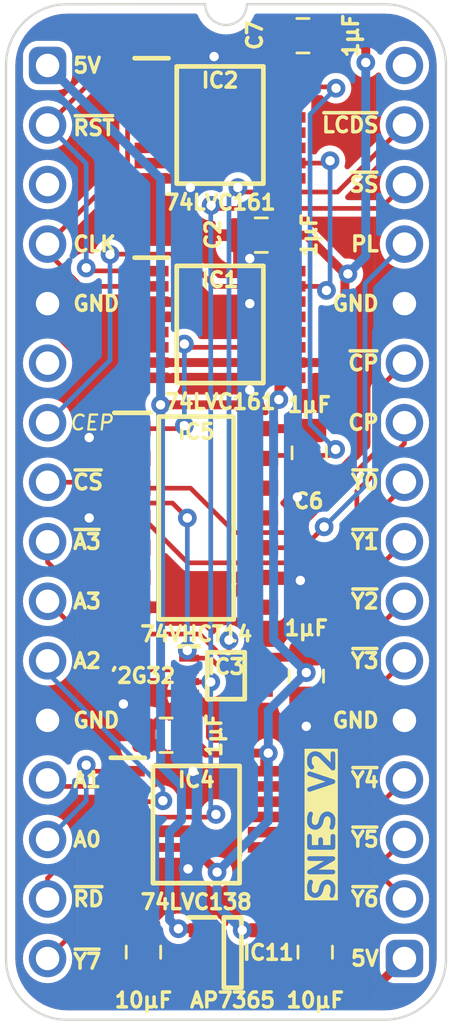
<source format=kicad_pcb>
(kicad_pcb (version 20221018) (generator pcbnew)
  (layers (0 "F.Cu" signal) (31 "B.Cu" signal) (36 "B.SilkS" user "B.Silkscreen") (37 "F.SilkS" user "F.Silkscreen") (38 "B.Mask" user) (39 "F.Mask" user) (44 "Edge.Cuts" user))
  (net 0 "")
  (net 1 "/3.3V")
  (net 2 "/GND")
  (net 3 "/5V")
  (net 4 "/CLK")
  (net 5 "/~{Reset}")
  (net 6 "/Serial CP")
  (net 10 "/CEP")
  (net 15 "/Serial PL")
  (net 16 "/~{Device Registers}")
  (net 17 "/A3")
  (net 18 "/~{Serial Select}")
  (net 19 "/~{A3}")
  (net 20 "/~{LCD Select}")
  (net 21 "/A0")
  (net 22 "/A1")
  (net 23 "/A2")
  (net 24 "/~{RD}")
  (net 26 "/~{Y1}")
  (net 27 "/~{Y0}")
  (net 29 "/~{Y7}")
  (net 30 "/~{Y6}")
  (net 31 "/~{Y5}")
  (net 32 "/~{Y4}")
  (net 33 "/~{Y3}")
  (net 34 "/~{Y2}")
  (net 35 "/~{Serial CP}")
  (net 36 "/Serial CP_{2}")
  (net 39 "/Serial PL_{2}")
  (net 40 "/~{Serial PL}")
  (footprint "SamacSys_Parts:C_0805" (layer "F.Cu") (at 97.79 108.966)
    (fp_text reference "C10" hide)
    (fp_text value "10μF" (at 0 2.032) (layer "F.SilkS") (effects (font (size 0.635 0.635))))
    (pad "1" smd roundrect (at 0 0.934 90) (size 1 1.45) (layers "F.Cu" "F.Paste" "F.Mask") (net 1 "/3.3V"))
    (pad "2" smd roundrect (at 0 -0.966 90) (size 1 1.45) (layers "F.Cu" "F.Paste" "F.Mask") (net 2 "/GND"))
  )
  (footprint "SamacSys_Parts:SOP50P310X100-8N" (layer "F.Cu") (at 93.98 97.155)
    (fp_text reference "IC3" (at 0 -0.381) (layer "F.SilkS") (effects (font (size 0.635 0.635))))
    (fp_text value "74LVC2G32DC-Q100H" hide)
    (fp_text user "${Silkscreen}" (at -3.556 0) (layer "F.SilkS") (effects (font (size 0.635 0.635))))
    (pad "1" smd rect (at -1.575 -0.75 90) (size 0.3 0.85) (layers "F.Cu" "F.Paste" "F.Mask") (net 16 "/~{Device Registers}"))
    (pad "2" smd rect (at -1.575 -0.25 90) (size 0.3 0.85) (layers "F.Cu" "F.Paste" "F.Mask") (net 17 "/A3"))
    (pad "3" smd rect (at -1.575 0.25 90) (size 0.3 0.85) (layers "F.Cu" "F.Paste" "F.Mask") (net 18 "/~{Serial Select}"))
    (pad "4" smd rect (at -1.575 0.75 90) (size 0.3 0.85) (layers "F.Cu" "F.Paste" "F.Mask") (net 2 "/GND"))
    (pad "5" smd rect (at 1.575 0.75 90) (size 0.3 0.85) (layers "F.Cu" "F.Paste" "F.Mask") (net 16 "/~{Device Registers}"))
    (pad "6" smd rect (at 1.575 0.25 90) (size 0.3 0.85) (layers "F.Cu" "F.Paste" "F.Mask") (net 19 "/~{A3}"))
    (pad "7" smd rect (at 1.575 -0.25 90) (size 0.3 0.85) (layers "F.Cu" "F.Paste" "F.Mask") (net 20 "/~{LCD Select}"))
    (pad "8" smd rect (at 1.575 -0.75 90) (size 0.3 0.85) (layers "F.Cu" "F.Paste" "F.Mask") (net 1 "/3.3V"))
  )
  (footprint "SamacSys_Parts:SOT95P285X130-5N" (layer "F.Cu") (at 94.264 108.966)
    (fp_text reference "IC11" (at 1.524 0) (layer "F.SilkS") (effects (font (size 0.635 0.635))))
    (fp_text value "AP7365-33WG-7" hide)
    (fp_text user "${Silkscreen}" (at 0 2.032) (layer "F.SilkS") (effects (font (size 0.635 0.635))))
    (pad "1" smd rect (at -1.3 -0.95 90) (size 0.6 1.15) (layers "F.Cu" "F.Paste" "F.Mask") (net 3 "/5V"))
    (pad "2" smd rect (at -1.3 0 90) (size 0.6 1.15) (layers "F.Cu" "F.Paste" "F.Mask") (net 2 "/GND"))
    (pad "3" smd rect (at -1.3 0.95 90) (size 0.6 1.15) (layers "F.Cu" "F.Paste" "F.Mask") (net 3 "/5V"))
    (pad "4" smd rect (at 1.3 0.95 90) (size 0.6 1.15) (layers "F.Cu" "F.Paste" "F.Mask"))
    (pad "5" smd rect (at 1.3 -0.95 90) (size 0.6 1.15) (layers "F.Cu" "F.Paste" "F.Mask") (net 1 "/3.3V"))
  )
  (footprint "SamacSys_Parts:C_0805" (layer "F.Cu") (at 97.409 97.155 180)
    (fp_text reference "C8" hide)
    (fp_text value "1μF" (at 0 2.032) (layer "F.SilkS") (effects (font (size 0.635 0.635))))
    (pad "1" smd roundrect (at 0 0.934 270) (size 1 1.45) (layers "F.Cu" "F.Paste" "F.Mask") (net 1 "/3.3V"))
    (pad "2" smd roundrect (at 0 -0.966 270) (size 1 1.45) (layers "F.Cu" "F.Paste" "F.Mask") (net 2 "/GND"))
  )
  (footprint "SamacSys_Parts:C_0805" (layer "F.Cu") (at 91.44 99.695 90)
    (fp_text reference "C1" hide)
    (fp_text value "1μF" (at 0 2.032 90) (layer "F.SilkS") (effects (font (size 0.635 0.635))))
    (pad "1" smd roundrect (at 0 0.934 180) (size 1 1.45) (layers "F.Cu" "F.Paste" "F.Mask") (net 1 "/3.3V"))
    (pad "2" smd roundrect (at 0 -0.966 180) (size 1 1.45) (layers "F.Cu" "F.Paste" "F.Mask") (net 2 "/GND"))
  )
  (footprint "SamacSys_Parts:C_0805" (layer "F.Cu") (at 95.504 78.359 90)
    (fp_text reference "C2" (at 0.027 -2.075 90) (layer "F.SilkS") (effects (font (size 0.635 0.635))))
    (fp_text value "1μF" (at 0 2.032 90) (layer "F.SilkS") (effects (font (size 0.635 0.635))))
    (pad "1" smd roundrect (at 0 0.934 180) (size 1 1.45) (layers "F.Cu" "F.Paste" "F.Mask") (net 1 "/3.3V"))
    (pad "2" smd roundrect (at 0 -0.966 180) (size 1 1.45) (layers "F.Cu" "F.Paste" "F.Mask") (net 2 "/GND"))
  )
  (footprint "SamacSys_Parts:SOIC127P600X175-14N" (layer "F.Cu") (at 92.71 90.424)
    (fp_text reference "IC5" (at 0 -3.683) (layer "F.SilkS") (effects (font (size 0.635 0.635))))
    (fp_text value "74VHCT14AM" hide)
    (fp_text user "${Silkscreen}" (at 0 4.953) (layer "F.SilkS") (effects (font (size 0.635 0.635))))
    (pad "1" smd rect (at -2.725 -3.81 90) (size 0.65 1.55) (layers "F.Cu" "F.Paste" "F.Mask") (net 6 "/Serial CP"))
    (pad "2" smd rect (at -2.725 -2.54 90) (size 0.65 1.55) (layers "F.Cu" "F.Paste" "F.Mask") (net 35 "/~{Serial CP}"))
    (pad "3" smd rect (at -2.725 -1.27 90) (size 0.65 1.55) (layers "F.Cu" "F.Paste" "F.Mask") (net 35 "/~{Serial CP}"))
    (pad "4" smd rect (at -2.725 0 90) (size 0.65 1.55) (layers "F.Cu" "F.Paste" "F.Mask") (net 36 "/Serial CP_{2}"))
    (pad "5" smd rect (at -2.725 1.27 90) (size 0.65 1.55) (layers "F.Cu" "F.Paste" "F.Mask") (net 2 "/GND"))
    (pad "6" smd rect (at -2.725 2.54 90) (size 0.65 1.55) (layers "F.Cu" "F.Paste" "F.Mask"))
    (pad "7" smd rect (at -2.725 3.81 90) (size 0.65 1.55) (layers "F.Cu" "F.Paste" "F.Mask") (net 2 "/GND"))
    (pad "8" smd rect (at 2.725 3.81 90) (size 0.65 1.55) (layers "F.Cu" "F.Paste" "F.Mask"))
    (pad "9" smd rect (at 2.725 2.54 90) (size 0.65 1.55) (layers "F.Cu" "F.Paste" "F.Mask") (net 2 "/GND"))
    (pad "10" smd rect (at 2.725 1.27 90) (size 0.65 1.55) (layers "F.Cu" "F.Paste" "F.Mask") (net 39 "/Serial PL_{2}"))
    (pad "11" smd rect (at 2.725 0 90) (size 0.65 1.55) (layers "F.Cu" "F.Paste" "F.Mask") (net 40 "/~{Serial PL}"))
    (pad "12" smd rect (at 2.725 -1.27 90) (size 0.65 1.55) (layers "F.Cu" "F.Paste" "F.Mask") (net 40 "/~{Serial PL}"))
    (pad "13" smd rect (at 2.725 -2.54 90) (size 0.65 1.55) (layers "F.Cu" "F.Paste" "F.Mask") (net 15 "/Serial PL"))
    (pad "14" smd rect (at 2.725 -3.81 90) (size 0.65 1.55) (layers "F.Cu" "F.Paste" "F.Mask") (net 3 "/5V"))
  )
  (footprint "SamacSys_Parts:SOP65P640X110-16N" (layer "F.Cu") (at 93.726 73.66)
    (fp_text reference "IC2" (at 0 -1.905) (layer "F.SilkS") (effects (font (size 0.635 0.635))))
    (fp_text value "74LVC161PW,112" hide)
    (fp_text user "${Silkscreen}" (at 0 3.302) (layer "F.SilkS") (effects (font (size 0.635 0.635))))
    (pad "1" smd rect (at -2.925 -2.275 90) (size 0.45 1.45) (layers "F.Cu" "F.Paste" "F.Mask") (net 5 "/~{Reset}"))
    (pad "2" smd rect (at -2.925 -1.625 90) (size 0.45 1.45) (layers "F.Cu" "F.Paste" "F.Mask") (net 4 "/CLK"))
    (pad "3" smd rect (at -2.925 -0.975 90) (size 0.45 1.45) (layers "F.Cu" "F.Paste" "F.Mask") (net 2 "/GND"))
    (pad "4" smd rect (at -2.925 -0.325 90) (size 0.45 1.45) (layers "F.Cu" "F.Paste" "F.Mask") (net 2 "/GND"))
    (pad "5" smd rect (at -2.925 0.325 90) (size 0.45 1.45) (layers "F.Cu" "F.Paste" "F.Mask") (net 2 "/GND"))
    (pad "6" smd rect (at -2.925 0.975 90) (size 0.45 1.45) (layers "F.Cu" "F.Paste" "F.Mask") (net 2 "/GND"))
    (pad "7" smd rect (at -2.925 1.625 90) (size 0.45 1.45) (layers "F.Cu" "F.Paste" "F.Mask") (net 1 "/3.3V"))
    (pad "8" smd rect (at -2.925 2.275 90) (size 0.45 1.45) (layers "F.Cu" "F.Paste" "F.Mask") (net 2 "/GND"))
    (pad "9" smd rect (at 2.925 2.275 90) (size 0.45 1.45) (layers "F.Cu" "F.Paste" "F.Mask") (net 1 "/3.3V"))
    (pad "10" smd rect (at 2.925 1.625 90) (size 0.45 1.45) (layers "F.Cu" "F.Paste" "F.Mask") (net 10 "/CEP"))
    (pad "11" smd rect (at 2.925 0.975 90) (size 0.45 1.45) (layers "F.Cu" "F.Paste" "F.Mask"))
    (pad "12" smd rect (at 2.925 0.325 90) (size 0.45 1.45) (layers "F.Cu" "F.Paste" "F.Mask"))
    (pad "13" smd rect (at 2.925 -0.325 90) (size 0.45 1.45) (layers "F.Cu" "F.Paste" "F.Mask"))
    (pad "14" smd rect (at 2.925 -0.975 90) (size 0.45 1.45) (layers "F.Cu" "F.Paste" "F.Mask"))
    (pad "15" smd rect (at 2.925 -1.625 90) (size 0.45 1.45) (layers "F.Cu" "F.Paste" "F.Mask") (net 15 "/Serial PL"))
    (pad "16" smd rect (at 2.925 -2.275 90) (size 0.45 1.45) (layers "F.Cu" "F.Paste" "F.Mask") (net 1 "/3.3V"))
  )
  (footprint "SamacSys_Parts:C_0805" (layer "F.Cu") (at 97.282 69.85 90)
    (fp_text reference "C7" (at 0.027 -2.075 90) (layer "F.SilkS") (effects (font (size 0.635 0.635))))
    (fp_text value "1μF" (at 0 2.032 90) (layer "F.SilkS") (effects (font (size 0.635 0.635))))
    (pad "1" smd roundrect (at 0 0.934 180) (size 1 1.45) (layers "F.Cu" "F.Paste" "F.Mask") (net 1 "/3.3V"))
    (pad "2" smd roundrect (at 0 -0.966 180) (size 1 1.45) (layers "F.Cu" "F.Paste" "F.Mask") (net 2 "/GND"))
  )
  (footprint "SamacSys_Parts:C_0805" (layer "F.Cu") (at 97.536 87.63 180)
    (fp_text reference "C6" (at 0.027 -2.075) (layer "F.SilkS") (effects (font (size 0.635 0.635))))
    (fp_text value "1μF" (at 0 2.032) (layer "F.SilkS") (effects (font (size 0.635 0.635))))
    (pad "1" smd roundrect (at 0 0.934 270) (size 1 1.45) (layers "F.Cu" "F.Paste" "F.Mask") (net 3 "/5V"))
    (pad "2" smd roundrect (at 0 -0.966 270) (size 1 1.45) (layers "F.Cu" "F.Paste" "F.Mask") (net 2 "/GND"))
  )
  (footprint "SamacSys_Parts:SOP65P640X110-16N" (layer "F.Cu") (at 92.71 103.505)
    (fp_text reference "IC4" (at 0 -1.905) (layer "F.SilkS") (effects (font (size 0.635 0.635))))
    (fp_text value "74LVC138APW-Q100J" hide)
    (fp_text user "${Silkscreen}" (at 0 3.302) (layer "F.SilkS") (effects (font (size 0.635 0.635))))
    (pad "1" smd rect (at -2.925 -2.275 90) (size 0.45 1.45) (layers "F.Cu" "F.Paste" "F.Mask") (net 21 "/A0"))
    (pad "2" smd rect (at -2.925 -1.625 90) (size 0.45 1.45) (layers "F.Cu" "F.Paste" "F.Mask") (net 22 "/A1"))
    (pad "3" smd rect (at -2.925 -0.975 90) (size 0.45 1.45) (layers "F.Cu" "F.Paste" "F.Mask") (net 23 "/A2"))
    (pad "4" smd rect (at -2.925 -0.325 90) (size 0.45 1.45) (layers "F.Cu" "F.Paste" "F.Mask") (net 18 "/~{Serial Select}"))
    (pad "5" smd rect (at -2.925 0.325 90) (size 0.45 1.45) (layers "F.Cu" "F.Paste" "F.Mask") (net 24 "/~{RD}"))
    (pad "6" smd rect (at -2.925 0.975 90) (size 0.45 1.45) (layers "F.Cu" "F.Paste" "F.Mask") (net 1 "/3.3V"))
    (pad "7" smd rect (at -2.925 1.625 90) (size 0.45 1.45) (layers "F.Cu" "F.Paste" "F.Mask") (net 29 "/~{Y7}"))
    (pad "8" smd rect (at -2.925 2.275 90) (size 0.45 1.45) (layers "F.Cu" "F.Paste" "F.Mask") (net 2 "/GND"))
    (pad "9" smd rect (at 2.925 2.275 90) (size 0.45 1.45) (layers "F.Cu" "F.Paste" "F.Mask") (net 30 "/~{Y6}"))
    (pad "10" smd rect (at 2.925 1.625 90) (size 0.45 1.45) (layers "F.Cu" "F.Paste" "F.Mask") (net 31 "/~{Y5}"))
    (pad "11" smd rect (at 2.925 0.975 90) (size 0.45 1.45) (layers "F.Cu" "F.Paste" "F.Mask") (net 32 "/~{Y4}"))
    (pad "12" smd rect (at 2.925 0.325 90) (size 0.45 1.45) (layers "F.Cu" "F.Paste" "F.Mask") (net 33 "/~{Y3}"))
    (pad "13" smd rect (at 2.925 -0.325 90) (size 0.45 1.45) (layers "F.Cu" "F.Paste" "F.Mask") (net 34 "/~{Y2}"))
    (pad "14" smd rect (at 2.925 -0.975 90) (size 0.45 1.45) (layers "F.Cu" "F.Paste" "F.Mask") (net 26 "/~{Y1}"))
    (pad "15" smd rect (at 2.925 -1.625 90) (size 0.45 1.45) (layers "F.Cu" "F.Paste" "F.Mask") (net 27 "/~{Y0}"))
    (pad "16" smd rect (at 2.925 -2.275 90) (size 0.45 1.45) (layers "F.Cu" "F.Paste" "F.Mask") (net 1 "/3.3V"))
  )
  (footprint "SamacSys_Parts:SOP65P640X110-16N" (layer "F.Cu") (at 93.726 82.169)
    (fp_text reference "IC1" (at 0 -1.905) (layer "F.SilkS") (effects (font (size 0.635 0.635))))
    (fp_text value "74LVC161PW,112" hide)
    (fp_text user "${Silkscreen}" (at 0 3.302) (layer "F.SilkS") (effects (font (size 0.635 0.635))))
    (pad "1" smd rect (at -2.925 -2.275 90) (size 0.45 1.45) (layers "F.Cu" "F.Paste" "F.Mask") (net 5 "/~{Reset}"))
    (pad "2" smd rect (at -2.925 -1.625 90) (size 0.45 1.45) (layers "F.Cu" "F.Paste" "F.Mask") (net 4 "/CLK"))
    (pad "3" smd rect (at -2.925 -0.975 90) (size 0.45 1.45) (layers "F.Cu" "F.Paste" "F.Mask") (net 2 "/GND"))
    (pad "4" smd rect (at -2.925 -0.325 90) (size 0.45 1.45) (layers "F.Cu" "F.Paste" "F.Mask") (net 2 "/GND"))
    (pad "5" smd rect (at -2.925 0.325 90) (size 0.45 1.45) (layers "F.Cu" "F.Paste" "F.Mask") (net 2 "/GND"))
    (pad "6" smd rect (at -2.925 0.975 90) (size 0.45 1.45) (layers "F.Cu" "F.Paste" "F.Mask") (net 2 "/GND"))
    (pad "7" smd rect (at -2.925 1.625 90) (size 0.45 1.45) (layers "F.Cu" "F.Paste" "F.Mask") (net 1 "/3.3V"))
    (pad "8" smd rect (at -2.925 2.275 90) (size 0.45 1.45) (layers "F.Cu" "F.Paste" "F.Mask") (net 2 "/GND"))
    (pad "9" smd rect (at 2.925 2.275 90) (size 0.45 1.45) (layers "F.Cu" "F.Paste" "F.Mask") (net 1 "/3.3V"))
    (pad "10" smd rect (at 2.925 1.625 90) (size 0.45 1.45) (layers "F.Cu" "F.Paste" "F.Mask") (net 1 "/3.3V"))
    (pad "11" smd rect (at 2.925 0.975 90) (size 0.45 1.45) (layers "F.Cu" "F.Paste" "F.Mask") (net 6 "/Serial CP"))
    (pad "12" smd rect (at 2.925 0.325 90) (size 0.45 1.45) (layers "F.Cu" "F.Paste" "F.Mask"))
    (pad "13" smd rect (at 2.925 -0.325 90) (size 0.45 1.45) (layers "F.Cu" "F.Paste" "F.Mask"))
    (pad "14" smd rect (at 2.925 -0.975 90) (size 0.45 1.45) (layers "F.Cu" "F.Paste" "F.Mask"))
    (pad "15" smd rect (at 2.925 -1.625 90) (size 0.45 1.45) (layers "F.Cu" "F.Paste" "F.Mask") (net 10 "/CEP"))
    (pad "16" smd rect (at 2.925 -2.275 90) (size 0.45 1.45) (layers "F.Cu" "F.Paste" "F.Mask") (net 1 "/3.3V"))
  )
  (footprint "SamacSys_Parts:C_0805" (layer "F.Cu") (at 90.454 108.966)
    (fp_text reference "C9" hide)
    (fp_text value "10μF" (at 0 2.032) (layer "F.SilkS") (effects (font (size 0.635 0.635))))
    (pad "1" smd roundrect (at 0 0.934 90) (size 1 1.45) (layers "F.Cu" "F.Paste" "F.Mask") (net 3 "/5V"))
    (pad "2" smd roundrect (at 0 -0.966 90) (size 1 1.45) (layers "F.Cu" "F.Paste" "F.Mask") (net 2 "/GND"))
  )
  (footprint "SamacSys_Parts:DIP-32_Board_W15.24mm" (layer "F.Cu") (at 86.36 71.12)
    (fp_text reference "J2" hide)
    (fp_text value "Conn_02x16_Counter_Clockwise" hide)
    (fp_line (start -1.778 38.1) (end -1.778 0) (stroke (width 0.1)) (layer "Edge.Cuts"))
    (fp_line (start 6.731 -2.6162) (end 0.835732 -2.613732) (stroke (width 0.1)) (layer "Edge.Cuts"))
    (fp_line (start 14.404267 -2.613733) (end 8.509 -2.6162) (stroke (width 0.1)) (layer "Edge.Cuts"))
    (fp_line (start 14.404268 40.713732) (end 0.835733 40.713733) (stroke (width 0.1)) (layer "Edge.Cuts"))
    (fp_line (start 17.018 38.1) (end 17.017999 -0.000001) (stroke (width 0.1)) (layer "Edge.Cuts"))
    (fp_arc (start -1.778 0) (mid -1.012456 -1.848188) (end 0.835732 -2.613732) (stroke (width 0.1)) (layer "Edge.Cuts"))
    (fp_arc (start 0.835733 40.713733) (mid -1.012457 39.94819) (end -1.778 38.1) (stroke (width 0.1)) (layer "Edge.Cuts"))
    (fp_arc (start 8.509 -2.6162) (mid 7.62 -1.7272) (end 6.731 -2.6162) (stroke (width 0.1)) (layer "Edge.Cuts"))
    (fp_arc (start 14.404267 -2.613733) (mid 16.252453 -1.848189) (end 17.017999 -0.000001) (stroke (width 0.1)) (layer "Edge.Cuts"))
    (fp_arc (start 17.018 38.1) (mid 16.252456 39.948187) (end 14.404268 40.713732) (stroke (width 0.1)) (layer "Edge.Cuts"))
    (pad "1" thru_hole roundrect (at 0 0) (size 1.6 1.6) (drill 1) (layers "*.Cu" "*.Mask") (net 3 "/5V"))
    (pad "2" thru_hole oval (at 0 2.54) (size 1.6 1.6) (drill 1) (layers "*.Cu" "*.Mask") (net 5 "/~{Reset}"))
    (pad "3" thru_hole oval (at 0 5.08) (size 1.6 1.6) (drill 1) (layers "*.Cu" "*.Mask"))
    (pad "4" thru_hole oval (at 0 7.62) (size 1.6 1.6) (drill 1) (layers "*.Cu" "*.Mask") (net 4 "/CLK"))
    (pad "5" thru_hole rect (at 0 10.16) (size 1.6 1.6) (drill 1) (layers "*.Cu" "*.Mask") (net 2 "/GND"))
    (pad "6" thru_hole oval (at 0 12.7) (size 1.6 1.6) (drill 1) (layers "*.Cu" "*.Mask"))
    (pad "7" thru_hole oval (at 0 15.24) (size 1.6 1.6) (drill 1) (layers "*.Cu" "*.Mask") (net 10 "/CEP"))
    (pad "8" thru_hole oval (at 0 17.78) (size 1.6 1.6) (drill 1) (layers "*.Cu" "*.Mask") (net 16 "/~{Device Registers}"))
    (pad "9" thru_hole oval (at 0 20.32) (size 1.6 1.6) (drill 1) (layers "*.Cu" "*.Mask") (net 19 "/~{A3}"))
    (pad "10" thru_hole oval (at 0 22.86) (size 1.6 1.6) (drill 1) (layers "*.Cu" "*.Mask") (net 17 "/A3"))
    (pad "11" thru_hole oval (at 0 25.4) (size 1.6 1.6) (drill 1) (layers "*.Cu" "*.Mask") (net 23 "/A2"))
    (pad "12" thru_hole rect (at 0 27.94) (size 1.6 1.6) (drill 1) (layers "*.Cu" "*.Mask") (net 2 "/GND"))
    (pad "13" thru_hole oval (at 0 30.48) (size 1.6 1.6) (drill 1) (layers "*.Cu" "*.Mask") (net 22 "/A1"))
    (pad "14" thru_hole oval (at 0 33.02) (size 1.6 1.6) (drill 1) (layers "*.Cu" "*.Mask") (net 21 "/A0"))
    (pad "15" thru_hole oval (at 0 35.56) (size 1.6 1.6) (drill 1) (layers "*.Cu" "*.Mask") (net 24 "/~{RD}"))
    (pad "16" thru_hole oval (at 0 38.1) (size 1.6 1.6) (drill 1) (layers "*.Cu" "*.Mask") (net 29 "/~{Y7}"))
    (pad "17" thru_hole roundrect (at 15.24 38.1) (size 1.6 1.6) (drill 1) (layers "*.Cu" "*.Mask") (net 3 "/5V"))
    (pad "18" thru_hole oval (at 15.24 35.56 180) (size 1.6 1.6) (drill 1) (layers "*.Cu" "*.Mask") (net 30 "/~{Y6}"))
    (pad "19" thru_hole oval (at 15.24 33.02 180) (size 1.6 1.6) (drill 1) (layers "*.Cu" "*.Mask") (net 31 "/~{Y5}"))
    (pad "20" thru_hole oval (at 15.24 30.48 180) (size 1.6 1.6) (drill 1) (layers "*.Cu" "*.Mask") (net 32 "/~{Y4}"))
    (pad "21" thru_hole rect (at 15.24 27.94) (size 1.6 1.6) (drill 1) (layers "*.Cu" "*.Mask") (net 2 "/GND"))
    (pad "22" thru_hole oval (at 15.24 25.4) (size 1.6 1.6) (drill 1) (layers "*.Cu" "*.Mask") (net 33 "/~{Y3}"))
    (pad "23" thru_hole oval (at 15.24 22.86) (size 1.6 1.6) (drill 1) (layers "*.Cu" "*.Mask") (net 34 "/~{Y2}"))
    (pad "24" thru_hole oval (at 15.24 20.32) (size 1.6 1.6) (drill 1) (layers "*.Cu" "*.Mask") (net 26 "/~{Y1}"))
    (pad "25" thru_hole oval (at 15.24 17.78) (size 1.6 1.6) (drill 1) (layers "*.Cu" "*.Mask") (net 27 "/~{Y0}"))
    (pad "26" thru_hole oval (at 15.24 15.24) (size 1.6 1.6) (drill 1) (layers "*.Cu" "*.Mask") (net 36 "/Serial CP_{2}"))
    (pad "27" thru_hole oval (at 15.24 12.7) (size 1.6 1.6) (drill 1) (layers "*.Cu" "*.Mask") (net 35 "/~{Serial CP}"))
    (pad "28" thru_hole rect (at 15.24 10.16) (size 1.6 1.6) (drill 1) (layers "*.Cu" "*.Mask") (net 2 "/GND"))
    (pad "29" thru_hole oval (at 15.24 7.62) (size 1.6 1.6) (drill 1) (layers "*.Cu" "*.Mask") (net 39 "/Serial PL_{2}"))
    (pad "30" thru_hole oval (at 15.24 5.08) (size 1.6 1.6) (drill 1) (layers "*.Cu" "*.Mask") (net 18 "/~{Serial Select}"))
    (pad "31" thru_hole oval (at 15.24 2.54) (size 1.6 1.6) (drill 1) (layers "*.Cu" "*.Mask") (net 20 "/~{LCD Select}"))
    (pad "32" thru_hole oval (at 15.24 0) (size 1.6 1.6) (drill 1) (layers "*.Cu" "*.Mask"))
  )
  (gr_text "~{SS}" (at 100.584 76.2) (layer "F.SilkS") (effects (font (size 0.635 0.635)) (justify right)))
  (gr_text "~{Y0}" (at 100.584 88.9) (layer "F.SilkS") (effects (font (size 0.635 0.635)) (justify right)))
  (gr_text "GND" (at 87.376 81.28) (layer "F.SilkS") (effects (font (size 0.635 0.635)) (justify left)))
  (gr_text "~{LCDS}" (at 100.584 73.66) (layer "F.SilkS") (effects (font (size 0.635 0.635)) (justify right)))
  (gr_text "GND" (at 100.584 81.28) (layer "F.SilkS") (effects (font (size 0.635 0.635)) (justify right)))
  (gr_text "~{CP}" (at 100.584 83.82) (layer "F.SilkS") (effects (font (size 0.635 0.635)) (justify right)))
  (gr_text "~{Y2}" (at 100.584 93.98) (layer "F.SilkS") (effects (font (size 0.635 0.635)) (justify right)))
  (gr_text "PL" (at 100.584 78.74) (layer "F.SilkS") (effects (font (size 0.635 0.635)) (justify right)))
  (gr_text "A3" (at 87.376 93.98) (layer "F.SilkS") (effects (font (size 0.635 0.635)) (justify left)))
  (gr_text "~{Y5}" (at 100.584 104.14) (layer "F.SilkS") (effects (font (size 0.635 0.635)) (justify right)))
  (gr_text "GND" (at 100.584 99.06) (layer "F.SilkS") (effects (font (size 0.635 0.635)) (justify right)))
  (gr_text "~{CS}" (at 87.376 88.9) (layer "F.SilkS") (effects (font (size 0.635 0.635)) (justify left)))
  (gr_text "CEP" (at 87.249 86.36) (layer "F.SilkS") (effects (font (size 0.635 0.635) (thickness 0.1) italic) (justify left)))
  (gr_text "~{Y1}" (at 100.584 91.44) (layer "F.SilkS") (effects (font (size 0.635 0.635)) (justify right)))
  (gr_text "5V" (at 87.376 71.12) (layer "F.SilkS") (effects (font (size 0.635 0.635)) (justify left)))
  (gr_text "CLK" (at 87.376 78.74) (layer "F.SilkS") (effects (font (size 0.635 0.635)) (justify left)))
  (gr_text "SNES V2" (at 98.679 103.505 90) (layer "F.SilkS" knockout) (effects (font (size 1 1) (thickness 0.2) bold) (justify bottom)))
  (gr_text "~{Y6}" (at 100.584 106.68) (layer "F.SilkS") (effects (font (size 0.635 0.635)) (justify right)))
  (gr_text "A1" (at 87.376 101.6) (layer "F.SilkS") (effects (font (size 0.635 0.635)) (justify left)))
  (gr_text "~{A3}" (at 87.376 91.44) (layer "F.SilkS") (effects (font (size 0.635 0.635)) (justify left)))
  (gr_text "A2" (at 87.376 96.52) (layer "F.SilkS") (effects (font (size 0.635 0.635)) (justify left)))
  (gr_text "~{RD}" (at 87.376 106.68) (layer "F.SilkS") (effects (font (size 0.635 0.635)) (justify left)))
  (gr_text "~{Y4}" (at 100.584 101.6) (layer "F.SilkS") (effects (font (size 0.635 0.635)) (justify right)))
  (gr_text "CP" (at 100.584 86.36) (layer "F.SilkS") (effects (font (size 0.635 0.635)) (justify right)))
  (gr_text "A0" (at 87.376 104.14) (layer "F.SilkS") (effects (font (size 0.635 0.635)) (justify left)))
  (gr_text "~{RST}" (at 87.376 73.787) (layer "F.SilkS") (effects (font (size 0.635 0.635)) (justify left)))
  (gr_text "5V" (at 100.584 109.22) (layer "F.SilkS") (effects (font (size 0.635 0.635)) (justify right)))
  (gr_text "GND" (at 87.376 99.06) (layer "F.SilkS") (effects (font (size 0.635 0.635)) (justify left)))
  (gr_text "~{Y7}" (at 87.376 109.347) (layer "F.SilkS") (effects (font (size 0.635 0.635)) (justify left)))
  (gr_text "~{Y3}" (at 100.584 96.52) (layer "F.SilkS") (effects (font (size 0.635 0.635)) (justify right)))
  (segment (start 98.959 83.794) (end 99.06 83.693) (width 0.38) (layer "F.Cu") (net 1))
  (segment (start 96.078 108.016) (end 95.564 108.016) (width 0.38) (layer "F.Cu") (net 1))
  (segment (start 92.374 99.695) (end 93.136 100.457) (width 0.38) (layer "F.Cu") (net 1))
  (segment (start 93.136 100.457) (end 95.786 100.457) (width 0.38) (layer "F.Cu") (net 1))
  (segment (start 95.536 71.395) (end 95.546 71.385) (width 0.38) (layer "F.Cu") (net 1))
  (segment (start 95.536 75.925) (end 95.536 71.395) (width 0.38) (layer "F.Cu") (net 1))
  (segment (start 95.635 100.608) (end 95.786 100.457) (width 0.38) (layer "F.Cu") (net 1))
  (segment (start 95.546 71.385) (end 96.651 71.385) (width 0.38) (layer "F.Cu") (net 1))
  (segment (start 96.651 84.444) (end 96.651 83.794) (width 0.38) (layer "F.Cu") (net 1))
  (segment (start 96.651 84.444) (end 96.237952 84.857048) (width 0.38) (layer "F.Cu") (net 1))
  (segment (start 93.599 105.521886) (end 93.599 105.537) (width 0.38) (layer "F.Cu") (net 1))
  (segment (start 96.438 78.359) (end 96.438 79.681) (width 0.38) (layer "F.Cu") (net 1))
  (segment (start 90.801 83.794) (end 96.651 83.794) (width 0.38) (layer "F.Cu") (net 1))
  (segment (start 97.962 109.9) (end 96.078 108.016) (width 0.38) (layer "F.Cu") (net 1))
  (segment (start 98.216 70.821) (end 98.216 69.85) (width 0.38) (layer "F.Cu") (net 1))
  (segment (start 97.409 97.0215) (end 97.409 96.221) (width 0.38) (layer "F.Cu") (net 1))
  (segment (start 89.785 104.48) (end 92.557114 104.48) (width 0.38) (layer "F.Cu") (net 1))
  (segment (start 90.801 75.285) (end 94.896 75.285) (width 0.38) (layer "F.Cu") (net 1))
  (segment (start 99.441 69.85) (end 99.949 70.358) (width 0.38) (layer "F.Cu") (net 1))
  (segment (start 98.216 69.85) (end 99.441 69.85) (width 0.38) (layer "F.Cu") (net 1))
  (segment (start 99.187 80.01) (end 99.187 80.137) (width 0.38) (layer "F.Cu") (net 1))
  (segment (start 94.678195 108.016) (end 94.673248 108.011053) (width 0.38) (layer "F.Cu") (net 1))
  (segment (start 99.949 70.358) (end 99.949 70.993) (width 0.38) (layer "F.Cu") (net 1))
  (segment (start 97.652 71.385) (end 98.216 70.821) (width 0.38) (layer "F.Cu") (net 1))
  (segment (start 96.438 79.681) (end 96.651 79.894) (width 0.38) (layer "F.Cu") (net 1))
  (segment (start 95.635 101.23) (end 95.635 100.608) (width 0.38) (layer "F.Cu") (net 1))
  (segment (start 96.651 75.935) (end 95.546 75.935) (width 0.38) (layer "F.Cu") (net 1))
  (segment (start 95.564 108.016) (end 94.678195 108.016) (width 0.38) (layer "F.Cu") (net 1))
  (segment (start 97.409 78.359) (end 96.438 78.359) (width 0.38) (layer "F.Cu") (net 1))
  (segment (start 92.557114 104.48) (end 93.599 105.521886) (width 0.38) (layer "F.Cu") (net 1))
  (segment (start 99.06 83.693) (end 99.06 80.01) (width 0.38) (layer "F.Cu") (net 1))
  (segment (start 96.651 71.385) (end 97.652 71.385) (width 0.38) (layer "F.Cu") (net 1))
  (segment (start 96.651 83.794) (end 98.959 83.794) (width 0.38) (layer "F.Cu") (net 1))
  (segment (start 96.237952 84.857048) (end 96.237952 85.372) (width 0.38) (layer "F.Cu") (net 1))
  (segment (start 94.896 75.285) (end 95.536 75.925) (width 0.38) (layer "F.Cu") (net 1))
  (segment (start 99.06 80.01) (end 99.187 80.01) (width 0.38) (layer "F.Cu") (net 1))
  (segment (start 97.265 96.365) (end 95.555 96.365) (width 0.38) (layer "F.Cu") (net 1))
  (segment (start 99.187 80.137) (end 97.409 78.359) (width 0.38) (layer "F.Cu") (net 1))
  (segment (start 95.546 75.935) (end 95.536 75.925) (width 0.38) (layer "F.Cu") (net 1))
  (via (at 97.409 97.0215) (size 0.8) (drill 0.4) (layers "F.Cu" "B.Cu") (net 1))
  (via (at 99.187 80.01) (size 0.8) (drill 0.4) (layers "F.Cu" "B.Cu") (net 1))
  (via (at 93.599 105.537) (size 0.8) (drill 0.4) (layers "F.Cu" "B.Cu") (net 1))
  (via (at 96.237952 85.372) (size 0.8) (drill 0.4) (layers "F.Cu" "B.Cu") (net 1))
  (via (at 95.786 100.457) (size 0.8) (drill 0.4) (layers "F.Cu" "B.Cu") (net 1))
  (via (at 94.673248 108.011053) (size 0.8) (drill 0.4) (layers "F.Cu" "B.Cu") (net 1))
  (via (at 99.949 70.993) (size 0.8) (drill 0.4) (layers "F.Cu" "B.Cu") (net 1))
  (segment (start 95.786 98.6445) (end 95.786 100.457) (width 0.38) (layer "B.Cu") (net 1))
  (segment (start 95.786 103.35) (end 93.599 105.537) (width 0.38) (layer "B.Cu") (net 1))
  (segment (start 97.409 97.0215) (end 96.012 95.6245) (width 0.38) (layer "B.Cu") (net 1))
  (segment (start 99.187 80.01) (end 99.949 79.248) (width 0.38) (layer "B.Cu") (net 1))
  (segment (start 93.599 106.936805) (end 93.599 105.537) (width 0.38) (layer "B.Cu") (net 1))
  (segment (start 99.949 79.248) (end 99.949 70.993) (width 0.38) (layer "B.Cu") (net 1))
  (segment (start 94.673248 108.011053) (end 93.599 106.936805) (width 0.38) (layer "B.Cu") (net 1))
  (segment (start 96.012 85.597952) (end 96.237952 85.372) (width 0.38) (layer "B.Cu") (net 1))
  (segment (start 96.012 95.6245) (end 96.012 85.597952) (width 0.38) (layer "B.Cu") (net 1))
  (segment (start 95.786 100.457) (end 95.786 103.35) (width 0.38) (layer "B.Cu") (net 1))
  (segment (start 97.409 97.0215) (end 95.786 98.6445) (width 0.38) (layer "B.Cu") (net 1))
  (segment (start 97.409 99.314) (end 93.98 99.314) (width 0.38) (layer "F.Cu") (net 2))
  (segment (start 90.474 99.695) (end 90.474 98.983) (width 0.38) (layer "F.Cu") (net 2))
  (segment (start 88.82 93.679) (end 89.375 94.234) (width 0.38) (layer "F.Cu") (net 2))
  (segment (start 91.42 108.966) (end 90.454 108) (width 0.38) (layer "F.Cu") (net 2))
  (segment (start 87.884 99.06) (end 86.36 99.06) (width 0.38) (layer "F.Cu") (net 2))
  (segment (start 89.696 83.144) (end 89.686 83.154) (width 0.38) (layer "F.Cu") (net 2))
  (segment (start 92.611 97.945) (end 92.224 97.945) (width 0.38) (layer "F.Cu") (net 2))
  (segment (start 90.801 83.144) (end 89.696 83.144) (width 0.38) (layer "F.Cu") (net 2))
  (segment (start 89.785 107.331) (end 90.454 108) (width 0.38) (layer "F.Cu") (net 2))
  (segment (start 95.123 69.977) (end 94.361004 70.738996) (width 0.38) (layer "F.Cu") (net 2))
  (segment (start 96.724 106.934) (end 91.52 106.934) (width 0.38) (layer "F.Cu") (net 2))
  (segment (start 99.949 82.931) (end 99.949 87.330102) (width 0.38) (layer "F.Cu") (net 2))
  (segment (start 89.375 91.694) (end 88.82 92.249) (width 0.38) (layer "F.Cu") (net 2))
  (segment (start 101.6 81.28) (end 99.949 82.931) (width 0.38) (layer "F.Cu") (net 2))
  (segment (start 94.361004 70.738996) (end 93.472 70.738996) (width 0.38) (layer "F.Cu") (net 2))
  (segment (start 94.91 81.194) (end 94.996 81.28) (width 0.38) (layer "F.Cu") (net 2))
  (segment (start 93.715 94.234) (end 89.985 94.234) (width 0.38) (layer "F.Cu") (net 2))
  (segment (start 94.477 84.444) (end 94.996 84.963) (width 0.38) (layer "F.Cu") (net 2))
  (segment (start 90.474 98.983) (end 89.8525 98.3615) (width 0.38) (layer "F.Cu") (net 2))
  (segment (start 92.087885 101.231885) (end 92.570115 101.231885) (width 0.38) (layer "F.Cu") (net 2))
  (segment (start 88.138 83.915085) (end 88.138 86.995) (width 0.38) (layer "F.Cu") (net 2))
  (segment (start 96.189 69.977) (end 95.123 69.977) (width 0.38) (layer "F.Cu") (net 2))
  (segment (start 90.474 99.695) (end 88.519 99.695) (width 0.38) (layer "F.Cu") (net 2))
  (segment (start 88.82 92.249) (end 88.82 93.679) (width 0.38) (layer "F.Cu") (net 2))
  (segment (start 90.801 81.194) (end 94.91 81.194) (width 0.38) (layer "F.Cu") (net 2))
  (segment (start 90.801 81.194) (end 86.446 81.194) (width 0.38) (layer "F.Cu") (net 2))
  (segment (start 90.801 84.444) (end 94.477 84.444) (width 0.38) (layer "F.Cu") (net 2))
  (segment (start 94.985 92.964) (end 93.715 94.234) (width 0.38) (layer "F.Cu") (net 2))
  (segment (start 86.36 81.28) (end 86.36 82.137085) (width 0.38) (layer "F.Cu") (net 2))
  (segment (start 89.785 105.78) (end 89.785 107.331) (width 0.38) (layer "F.Cu") (net 2))
  (segment (start 88.519 99.695) (end 87.884 99.06) (width 0.38) (layer "F.Cu") (net 2))
  (segment (start 93.98 99.314) (end 92.611 97.945) (width 0.38) (layer "F.Cu") (net 2))
  (segment (start 94.538 78.359) (end 94.996 78.817) (width 0.38) (layer "F.Cu") (net 2))
  (segment (start 89.8525 98.3615) (end 89.5985 98.3615) (width 0.38) (layer "F.Cu") (net 2))
  (segment (start 94.996 78.817) (end 94.996 79.35699) (width 0.38) (layer "F.Cu") (net 2))
  (segment (start 98.760102 88.519) (end 97.613 88.519) (width 0.38) (layer "F.Cu") (net 2))
  (segment (start 89.785 105.78) (end 91.974115 105.78) (width 0.38) (layer "F.Cu") (net 2))
  (segment (start 86.36 82.137085) (end 88.138 83.915085) (width 0.38) (layer "F.Cu") (net 2))
  (segment (start 90.801 82.494) (end 90.801 83.144) (width 0.38) (layer "F.Cu") (net 2))
  (segment (start 99.949 87.330102) (end 98.760102 88.519) (width 0.38) (layer "F.Cu") (net 2))
  (segment (start 91.52 106.934) (end 90.454 108) (width 0.38) (layer "F.Cu") (net 2))
  (segment (start 90.551 99.695) (end 92.087885 101.231885) (width 0.38) (layer "F.Cu") (net 2))
  (segment (start 97.536 88.596) (end 97.536 89.027) (width 0.38) (layer "F.Cu") (net 2))
  (segment (start 89.686 84.434) (end 89.696 84.444) (width 0.38) (layer "F.Cu") (net 2))
  (segment (start 90.801 75.935) (end 92.064 75.935) (width 0.38) (layer "F.Cu") (net 2))
  (segment (start 89.686 83.154) (end 89.686 84.434) (width 0.38) (layer "F.Cu") (net 2))
  (segment (start 97.155 93.091) (end 95.562 93.091) (width 0.38) (layer "F.Cu") (net 2))
  (segment (start 92.964 108.966) (end 91.42 108.966) (width 0.38) (layer "F.Cu") (net 2))
  (segment (start 90.801 81.194) (end 90.801 81.844) (width 0.38) (layer "F.Cu") (net 2))
  (segment (start 90.801 81.844) (end 90.801 82.494) (width 0.38) (layer "F.Cu") (net 2))
  (segment (start 89.696 84.444) (end 90.801 84.444) (width 0.38) (layer "F.Cu") (net 2))
  (segment (start 92.224 97.945) (end 90.474 99.695) (width 0.38) (layer "F.Cu") (net 2))
  (segment (start 97.409 98.121) (end 97.409 99.314) (width 0.38) (layer "F.Cu") (net 2))
  (segment (start 92.064 75.935) (end 92.456 76.327) (width 0.38) (layer "F.Cu") (net 2))
  (segment (start 97.536 89.027) (end 97.028 89.535) (width 0.38) (layer "F.Cu") (net 2))
  (segment (start 89.408006 91.694) (end 88.138006 90.424) (width 0.38) (layer "F.Cu") (net 2))
  (segment (start 97.79 108) (end 96.724 106.934) (width 0.38) (layer "F.Cu") (net 2))
  (segment (start 89.375 94.234) (end 89.985 94.234) (width 0.38) (layer "F.Cu") (net 2))
  (segment (start 89.985 91.694) (end 89.375 91.694) (width 0.38) (layer "F.Cu") (net 2))
  (segment (start 91.974115 105.78) (end 92.357 105.397115) (width 0.38) (layer "F.Cu") (net 2))
  (via (at 92.570115 101.231885) (size 0.8) (drill 0.4) (layers "F.Cu" "B.Cu") (net 2))
  (via (at 93.472 70.738996) (size 0.8) (drill 0.4) (layers "F.Cu" "B.Cu") (net 2))
  (via (at 97.409 99.314) (size 0.8) (drill 0.4) (layers "F.Cu" "B.Cu") (net 2))
  (via (at 88.138006 90.424) (size 0.8) (drill 0.4) (layers "F.Cu" "B.Cu") (net 2))
  (via (at 94.996 79.35699) (size 0.8) (drill 0.4) (layers "F.Cu" "B.Cu") (net 2))
  (via (at 89.5985 98.3615) (size 0.8) (drill 0.4) (layers "F.Cu" "B.Cu") (net 2))
  (via (at 94.996 84.963) (size 0.8) (drill 0.4) (layers "F.Cu" "B.Cu") (net 2))
  (via (at 97.028 89.535) (size 0.8) (drill 0.4) (layers "F.Cu" "B.Cu") (net 2))
  (via (at 97.155 93.091) (size 0.8) (drill 0.4) (layers "F.Cu" "B.Cu") (net 2))
  (via (at 92.357 105.397115) (size 0.8) (drill 0.4) (layers "F.Cu" "B.Cu") (net 2))
  (via (at 94.996 81.28) (size 0.8) (drill 0.4) (layers "F.Cu" "B.Cu") (net 2))
  (via (at 92.456 76.327) (size 0.8) (drill 0.4) (layers "F.Cu" "B.Cu") (net 2))
  (via (at 88.138 86.995) (size 0.8) (drill 0.4) (layers "F.Cu" "B.Cu") (net 2))
  (segment (start 88.138 90.423994) (end 88.138006 90.424) (width 0.38) (layer "B.Cu") (net 2))
  (segment (start 95.377 84.582) (end 94.996 84.963) (width 0.38) (layer "B.Cu") (net 2))
  (segment (start 93.472 75.311) (end 93.472 70.738996) (width 0.38) (layer "B.Cu") (net 2))
  (segment (start 97.028 92.964) (end 97.155 93.091) (width 0.38) (layer "B.Cu") (net 2))
  (segment (start 96.901 84.582) (end 95.377 84.582) (width 0.38) (layer "B.Cu") (net 2))
  (segment (start 89.5985 98.3615) (end 88.138 96.901) (width 0.38) (layer "B.Cu") (net 2))
  (segment (start 94.996 81.28) (end 94.996 79.35699) (width 0.38) (layer "B.Cu") (net 2))
  (segment (start 88.138 90.805) (end 88.138 90.424006) (width 0.38) (layer "B.Cu") (net 2))
  (segment (start 97.028 89.535) (end 97.028 84.709) (width 0.38) (layer "B.Cu") (net 2))
  (segment (start 100.41 97.87) (end 101.6 99.06) (width 0.38) (layer "B.Cu") (net 2))
  (segment (start 97.663 99.06) (end 101.6 99.06) (width 0.38) (layer "B.Cu") (net 2))
  (segment (start 101.6 81.28) (end 100.41 82.47) (width 0.38) (layer "B.Cu") (net 2))
  (segment (start 88.138 86.995) (end 88.138 90.423994) (width 0.38) (layer "B.Cu") (net 2))
  (segment (start 92.456 76.327) (end 93.472 75.311) (width 0.38) (layer "B.Cu") (net 2))
  (segment (start 88.138 96.901) (end 88.138 90.805) (width 0.38) (layer "B.Cu") (net 2))
  (segment (start 92.570115 101.231885) (end 92.7596 101.42137) (width 0.38) (layer "B.Cu") (net 2))
  (segment (start 97.409 99.314) (end 97.663 99.06) (width 0.38) (layer "B.Cu") (net 2))
  (segment (start 97.028 84.709) (end 96.901 84.582) (width 0.38) (layer "B.Cu") (net 2))
  (segment (start 100.41 82.47) (end 100.41 97.87) (width 0.38) (layer "B.Cu") (net 2))
  (segment (start 94.996 84.963) (end 94.996 102.758115) (width 0.38) (layer "B.Cu") (net 2))
  (segment (start 92.7596 104.994515) (end 92.357 105.397115) (width 0.38) (layer "B.Cu") (net 2))
  (segment (start 88.138 90.424006) (end 88.138006 90.424) (width 0.38) (layer "B.Cu") (net 2))
  (segment (start 94.996 84.963) (end 94.996 81.28) (width 0.38) (layer "B.Cu") (net 2))
  (segment (start 92.7596 101.42137) (end 92.7596 104.994515) (width 0.38) (layer "B.Cu") (net 2))
  (segment (start 97.028 89.535) (end 97.028 92.964) (width 0.38) (layer "B.Cu") (net 2))
  (segment (start 94.996 102.758115) (end 92.357 105.397115) (width 0.38) (layer "B.Cu") (net 2))
  (segment (start 95.435 86.614) (end 94.419 85.598) (width 0.38) (layer "F.Cu") (net 3))
  (segment (start 95.435 86.614) (end 97.454 86.614) (width 0.38) (layer "F.Cu") (net 3))
  (segment (start 92.964 109.916) (end 93.919 109.916) (width 0.38) (layer "F.Cu") (net 3))
  (segment (start 93.929 108.501004) (end 93.443996 108.016) (width 0.38) (layer "F.Cu") (net 3))
  (segment (start 90.454 109.9) (end 92.948 109.9) (width 0.38) (layer "F.Cu") (net 3))
  (segment (start 91.344 110.79) (end 100.03 110.79) (width 0.38) (layer "F.Cu") (net 3))
  (segment (start 93.919 109.916) (end 93.929 109.906) (width 0.38) (layer "F.Cu") (net 3))
  (segment (start 91.948 107.95) (end 92.898 107.95) (width 0.38) (layer "F.Cu") (net 3))
  (segment (start 93.443996 108.016) (end 92.964 108.016) (width 0.38) (layer "F.Cu") (net 3))
  (segment (start 100.03 110.79) (end 101.6 109.22) (width 0.38) (layer "F.Cu") (net 3))
  (segment (start 94.419 85.598) (end 91.186 85.598) (width 0.38) (layer "F.Cu") (net 3))
  (segment (start 93.929 109.906) (end 93.929 108.501004) (width 0.38) (layer "F.Cu") (net 3))
  (segment (start 90.454 109.9) (end 91.344 110.79) (width 0.38) (layer "F.Cu") (net 3))
  (via (at 91.186 85.598) (size 0.8) (drill 0.4) (layers "F.Cu" "B.Cu") (net 3))
  (via (at 91.948 107.95) (size 0.8) (drill 0.4) (layers "F.Cu" "B.Cu") (net 3))
  (segment (start 91.186 75.946) (end 91.186 85.598) (width 0.38) (layer "B.Cu") (net 3))
  (segment (start 91.567 103.827756) (end 91.567 107.569) (width 0.38) (layer "B.Cu") (net 3))
  (segment (start 86.36 71.12) (end 91.186 75.946) (width 0.38) (layer "B.Cu") (net 3))
  (segment (start 91.186 85.598) (end 91.186 100.965) (width 0.38) (layer "B.Cu") (net 3))
  (segment (start 91.186 100.965) (end 92.075 101.854) (width 0.38) (layer "B.Cu") (net 3))
  (segment (start 92.075 101.854) (end 92.075 103.319756) (width 0.38) (layer "B.Cu") (net 3))
  (segment (start 91.567 107.569) (end 91.948 107.95) (width 0.38) (layer "B.Cu") (net 3))
  (segment (start 92.075 103.319756) (end 91.567 103.827756) (width 0.38) (layer "B.Cu") (net 3))
  (segment (start 89.776 72.16) (end 89.901 72.035) (width 0.2) (layer "F.Cu") (net 4))
  (segment (start 87.80905 80.544) (end 86.36 79.09495) (width 0.2) (layer "F.Cu") (net 4))
  (segment (start 86.36 78.74) (end 89.776 75.324) (width 0.2) (layer "F.Cu") (net 4))
  (segment (start 89.776 75.324) (end 89.776 72.16) (width 0.2) (layer "F.Cu") (net 4))
  (segment (start 90.801 80.544) (end 87.80905 80.544) (width 0.2) (layer "F.Cu") (net 4))
  (segment (start 89.901 72.035) (end 90.801 72.035) (width 0.2) (layer "F.Cu") (net 4))
  (segment (start 88.138 79.883) (end 88.011 79.756) (width 0.2) (layer "F.Cu") (net 5))
  (segment (start 86.36 73.66) (end 88.635 71.385) (width 0.2) (layer "F.Cu") (net 5))
  (segment (start 88.635 71.385) (end 90.801 71.385) (width 0.2) (layer "F.Cu") (net 5))
  (segment (start 90.79 79.883) (end 88.138 79.883) (width 0.2) (layer "F.Cu") (net 5))
  (via (at 88.011 79.756) (size 0.8) (drill 0.4) (layers "F.Cu" "B.Cu") (net 5))
  (segment (start 86.36 73.66) (end 88.011 75.311) (width 0.2) (layer "B.Cu") (net 5))
  (segment (start 88.011 75.311) (end 88.011 79.756) (width 0.2) (layer "B.Cu") (net 5))
  (segment (start 92.341996 83.144) (end 92.202 83.004004) (width 0.2) (layer "F.Cu") (net 6))
  (segment (start 92.075 86.614) (end 89.985 86.614) (width 0.2) (layer "F.Cu") (net 6))
  (segment (start 96.651 83.144) (end 92.341996 83.144) (width 0.2) (layer "F.Cu") (net 6))
  (segment (start 92.202 86.487) (end 92.075 86.614) (width 0.2) (layer "F.Cu") (net 6))
  (via (at 92.202 86.487) (size 0.8) (drill 0.4) (layers "F.Cu" "B.Cu") (net 6))
  (via (at 92.202 83.004004) (size 0.8) (drill 0.4) (layers "F.Cu" "B.Cu") (net 6))
  (segment (start 92.202 86.487) (end 92.202 83.004004) (width 0.2) (layer "B.Cu") (net 6))
  (segment (start 96.651 80.544) (end 98.097324 80.544) (width 0.2) (layer "F.Cu") (net 10))
  (segment (start 98.097324 80.544) (end 98.27 80.716676) (width 0.2) (layer "F.Cu") (net 10))
  (segment (start 96.651 75.285) (end 98.324 75.285) (width 0.2) (layer "F.Cu") (net 10))
  (segment (start 98.324 75.285) (end 98.425 75.184) (width 0.2) (layer "F.Cu") (net 10))
  (segment (start 93.498 80.544) (end 92.122294 79.168294) (width 0.2) (layer "F.Cu") (net 10))
  (segment (start 89.041706 79.168294) (end 89.027 79.183) (width 0.2) (layer "F.Cu") (net 10))
  (segment (start 92.122294 79.168294) (end 89.041706 79.168294) (width 0.2) (layer "F.Cu") (net 10))
  (segment (start 96.651 80.544) (end 93.498 80.544) (width 0.2) (layer "F.Cu") (net 10))
  (via (at 89.027 79.183) (size 0.8) (drill 0.4) (layers "F.Cu" "B.Cu") (net 10))
  (via (at 98.27 80.716676) (size 0.8) (drill 0.4) (layers "F.Cu" "B.Cu") (net 10))
  (via (at 98.425 75.184) (size 0.8) (drill 0.4) (layers "F.Cu" "B.Cu") (net 10))
  (segment (start 86.36 86.36) (end 89.027 83.693) (width 0.2) (layer "B.Cu") (net 10))
  (segment (start 98.425 75.184) (end 98.425 80.561676) (width 0.2) (layer "B.Cu") (net 10))
  (segment (start 98.425 80.561676) (end 98.27 80.716676) (width 0.2) (layer "B.Cu") (net 10))
  (segment (start 89.027 83.693) (end 89.027 79.183) (width 0.2) (layer "B.Cu") (net 10))
  (segment (start 96.651 72.035) (end 98.623478 72.035) (width 0.2) (layer "F.Cu") (net 15))
  (segment (start 98.623478 72.035) (end 98.679 72.090522) (width 0.2) (layer "F.Cu") (net 15))
  (segment (start 98.404873 87.757) (end 98.661748 87.500125) (width 0.2) (layer "F.Cu") (net 15))
  (segment (start 95.562 87.757) (end 98.404873 87.757) (width 0.2) (layer "F.Cu") (net 15))
  (via (at 98.679 72.090522) (size 0.8) (drill 0.4) (layers "F.Cu" "B.Cu") (net 15))
  (via (at 98.661748 87.500125) (size 0.8) (drill 0.4) (layers "F.Cu" "B.Cu") (net 15))
  (segment (start 97.57 73.199522) (end 97.57 86.408377) (width 0.2) (layer "B.Cu") (net 15))
  (segment (start 98.679 72.090522) (end 97.57 73.199522) (width 0.2) (layer "B.Cu") (net 15))
  (segment (start 97.57 86.408377) (end 98.661748 87.500125) (width 0.2) (layer "B.Cu") (net 15))
  (segment (start 92.405 96.153) (end 92.329 96.077) (width 0.2) (layer "F.Cu") (net 16))
  (segment (start 91.694 89.789) (end 92.329 90.424) (width 0.2) (layer "F.Cu") (net 16))
  (segment (start 95.555 97.905) (end 94.814314 97.905) (width 0.2) (layer "F.Cu") (net 16))
  (segment (start 94.814314 97.905) (end 93.314314 96.405) (width 0.2) (layer "F.Cu") (net 16))
  (segment (start 87.757 88.9) (end 88.646 89.789) (width 0.2) (layer "F.Cu") (net 16))
  (segment (start 92.405 96.405) (end 92.405 96.153) (width 0.2) (layer "F.Cu") (net 16))
  (segment (start 93.314314 96.405) (end 92.405 96.405) (width 0.2) (layer "F.Cu") (net 16))
  (segment (start 86.36 88.9) (end 87.757 88.9) (width 0.2) (layer "F.Cu") (net 16))
  (segment (start 88.646 89.789) (end 91.694 89.789) (width 0.2) (layer "F.Cu") (net 16))
  (via (at 92.329 90.424) (size 0.8) (drill 0.4) (layers "F.Cu" "B.Cu") (net 16))
  (via (at 92.329 96.077) (size 0.8) (drill 0.4) (layers "F.Cu" "B.Cu") (net 16))
  (segment (start 92.329 96.077) (end 92.329 90.424) (width 0.2) (layer "B.Cu") (net 16))
  (segment (start 86.36 93.98) (end 89.285 96.905) (width 0.2) (layer "F.Cu") (net 17))
  (segment (start 89.285 96.905) (end 92.405 96.905) (width 0.2) (layer "F.Cu") (net 17))
  (segment (start 93.328457 97.42192) (end 92.42192 97.42192) (width 0.2) (layer "F.Cu") (net 18))
  (segment (start 89.794 103.189) (end 93.43277 103.189) (width 0.2) (layer "F.Cu") (net 18))
  (segment (start 93.345 77.089) (end 93.4735 77.2175) (width 0.2) (layer "F.Cu") (net 18))
  (segment (start 100.5825 77.2175) (end 101.6 76.2) (width 0.2) (layer "F.Cu") (net 18))
  (segment (start 93.4735 77.2175) (end 100.5825 77.2175) (width 0.2) (layer "F.Cu") (net 18))
  (segment (start 93.43277 103.189) (end 93.5496 103.07217) (width 0.2) (layer "F.Cu") (net 18))
  (via (at 93.328457 97.42192) (size 0.8) (drill 0.4) (layers "F.Cu" "B.Cu") (net 18))
  (via (at 93.5496 103.07217) (size 0.8) (drill 0.4) (layers "F.Cu" "B.Cu") (net 18))
  (via (at 93.345 77.089) (size 0.8) (drill 0.4) (layers "F.Cu" "B.Cu") (net 18))
  (segment (start 93.328457 97.42192) (end 93.328457 77.105543) (width 0.2) (layer "B.Cu") (net 18))
  (segment (start 93.328457 77.105543) (end 93.345 77.089) (width 0.2) (layer "B.Cu") (net 18))
  (segment (start 93.328457 102.851027) (end 93.5496 103.07217) (width 0.2) (layer "B.Cu") (net 18))
  (segment (start 93.328457 97.42192) (end 93.328457 102.851027) (width 0.2) (layer "B.Cu") (net 18))
  (segment (start 89.428 95.377) (end 92.852 95.377) (width 0.2) (layer "F.Cu") (net 19))
  (segment (start 94.88 97.405) (end 95.555 97.405) (width 0.2) (layer "F.Cu") (net 19))
  (segment (start 86.36 92.309) (end 89.428 95.377) (width 0.2) (layer "F.Cu") (net 19))
  (segment (start 86.36 91.44) (end 86.36 92.309) (width 0.2) (layer "F.Cu") (net 19))
  (segment (start 92.852 95.377) (end 94.88 97.405) (width 0.2) (layer "F.Cu") (net 19))
  (segment (start 94.107 96.066314) (end 94.107 95.631) (width 0.2) (layer "F.Cu") (net 20))
  (segment (start 94.6785 76.5175) (end 94.488 76.327) (width 0.2) (layer "F.Cu") (net 20))
  (segment (start 98.7425 76.5175) (end 94.6785 76.5175) (width 0.2) (layer "F.Cu") (net 20))
  (segment (start 101.6 73.66) (end 98.7425 76.5175) (width 0.2) (layer "F.Cu") (net 20))
  (segment (start 95.555 96.905) (end 94.945686 96.905) (width 0.2) (layer "F.Cu") (net 20))
  (segment (start 94.107 96.066314) (end 94.945686 96.905) (width 0.2) (layer "F.Cu") (net 20))
  (via (at 94.107 95.631) (size 0.8) (drill 0.4) (layers "F.Cu" "B.Cu") (net 20))
  (via (at 94.488 76.327) (size 0.8) (drill 0.4) (layers "F.Cu" "B.Cu") (net 20))
  (segment (start 94.107 95.631) (end 94.107 76.708) (width 0.2) (layer "B.Cu") (net 20))
  (segment (start 94.107 76.708) (end 94.488 76.327) (width 0.2) (layer "B.Cu") (net 20))
  (segment (start 88.276 101.23) (end 88.011 100.965) (width 0.2) (layer "F.Cu") (net 21))
  (segment (start 89.785 101.23) (end 88.276 101.23) (width 0.2) (layer "F.Cu") (net 21))
  (via (at 88.011 100.965) (size 0.8) (drill 0.4) (layers "F.Cu" "B.Cu") (net 21))
  (segment (start 88.011 102.489) (end 86.36 104.14) (width 0.2) (layer "B.Cu") (net 21))
  (segment (start 88.011 100.965) (end 88.011 102.489) (width 0.2) (layer "B.Cu") (net 21))
  (segment (start 86.64 101.88) (end 89.785 101.88) (width 0.2) (layer "F.Cu") (net 22))
  (segment (start 89.785 102.53) (end 91.244 102.53) (width 0.2) (layer "F.Cu") (net 23))
  (segment (start 91.244 102.53) (end 91.285 102.489) (width 0.2) (layer "F.Cu") (net 23))
  (via (at 91.285 102.489) (size 0.8) (drill 0.4) (layers "F.Cu" "B.Cu") (net 23))
  (segment (start 86.36 97.028) (end 91.285 101.953) (width 0.2) (layer "B.Cu") (net 23))
  (segment (start 91.285 101.953) (end 91.285 102.489) (width 0.2) (layer "B.Cu") (net 23))
  (segment (start 86.36 105.791) (end 88.321 103.83) (width 0.2) (layer "F.Cu") (net 24))
  (segment (start 88.321 103.83) (end 89.785 103.83) (width 0.2) (layer "F.Cu") (net 24))
  (segment (start 86.36 106.457) (end 86.36 105.791) (width 0.2) (layer "F.Cu") (net 24))
  (segment (start 96.687 102.53) (end 99.695 99.522) (width 0.2) (layer "F.Cu") (net 26))
  (segment (start 99.695 99.522) (end 99.695 93.345) (width 0.2) (layer "F.Cu") (net 26))
  (segment (start 99.695 93.345) (end 101.6 91.44) (width 0.2) (layer "F.Cu") (net 26))
  (segment (start 95.635 102.53) (end 96.687 102.53) (width 0.2) (layer "F.Cu") (net 26))
  (segment (start 96.687 101.88) (end 99.295 99.272) (width 0.2) (layer "F.Cu") (net 27))
  (segment (start 99.295 99.272) (end 99.295 91.363636) (width 0.2) (layer "F.Cu") (net 27))
  (segment (start 99.295 91.363636) (end 101.6 89.058636) (width 0.2) (layer "F.Cu") (net 27))
  (segment (start 95.635 101.88) (end 96.687 101.88) (width 0.2) (layer "F.Cu") (net 27))
  (segment (start 86.36 109.22) (end 87.503 108.077) (width 0.2) (layer "F.Cu") (net 29))
  (segment (start 87.503 108.077) (end 87.503 105.791) (width 0.2) (layer "F.Cu") (net 29))
  (segment (start 87.503 105.791) (end 88.164 105.13) (width 0.2) (layer "F.Cu") (net 29))
  (segment (start 88.164 105.13) (end 89.785 105.13) (width 0.2) (layer "F.Cu") (net 29))
  (segment (start 95.635 105.78) (end 100.7 105.78) (width 0.2) (layer "F.Cu") (net 30))
  (segment (start 100.7 105.78) (end 101.6 106.68) (width 0.2) (layer "F.Cu") (net 30))
  (segment (start 100.61 105.13) (end 101.6 104.14) (width 0.2) (layer "F.Cu") (net 31))
  (segment (start 95.635 105.13) (end 100.61 105.13) (width 0.2) (layer "F.Cu") (net 31))
  (segment (start 98.72 104.48) (end 101.6 101.6) (width 0.2) (layer "F.Cu") (net 32))
  (segment (start 95.635 104.48) (end 98.72 104.48) (width 0.2) (layer "F.Cu") (net 32))
  (segment (start 96.687 103.83) (end 100.5 100.017) (width 0.2) (layer "F.Cu") (net 33))
  (segment (start 100.5 97.62) (end 101.6 96.52) (width 0.2) (layer "F.Cu") (net 33))
  (segment (start 100.5 100.017) (end 100.5 97.62) (width 0.2) (layer "F.Cu") (net 33))
  (segment (start 95.635 103.83) (end 96.687 103.83) (width 0.2) (layer "F.Cu") (net 33))
  (segment (start 100.1 95.48) (end 101.6 93.98) (width 0.2) (layer "F.Cu") (net 34))
  (segment (start 100.1 99.767) (end 100.1 95.48) (width 0.2) (layer "F.Cu") (net 34))
  (segment (start 95.635 103.18) (end 96.687 103.18) (width 0.2) (layer "F.Cu") (net 34))
  (segment (start 96.687 103.18) (end 100.1 99.767) (width 0.2) (layer "F.Cu") (net 34))
  (segment (start 96.93705 91.049) (end 100.5 87.48605) (width 0.2) (layer "F.Cu") (net 35))
  (segment (start 100.5 87.48605) (end 100.5 84.92) (width 0.2) (layer "F.Cu") (net 35))
  (segment (start 100.5 84.92) (end 101.6 83.82) (width 0.2) (layer "F.Cu") (net 35))
  (segment (start 94.36 91.049) (end 96.93705 91.049) (width 0.2) (layer "F.Cu") (net 35))
  (segment (start 89.985 89.154) (end 92.465 89.154) (width 0.2) (layer "F.Cu") (net 35))
  (segment (start 92.465 89.154) (end 94.36 91.049) (width 0.2) (layer "F.Cu") (net 35))
  (segment (start 89.985 87.884) (end 89.985 89.154) (width 0.2) (layer "F.Cu") (net 35))
  (segment (start 99.568 90.52495) (end 99.568 89.281) (width 0.2) (layer "F.Cu") (net 36))
  (segment (start 99.568 89.281) (end 101.6 87.249) (width 0.2) (layer "F.Cu") (net 36))
  (segment (start 92.35 92.339) (end 97.75395 92.339) (width 0.2) (layer "F.Cu") (net 36))
  (segment (start 101.6 87.249) (end 101.6 86.36) (width 0.2) (layer "F.Cu") (net 36))
  (segment (start 97.75395 92.339) (end 99.568 90.52495) (width 0.2) (layer "F.Cu") (net 36))
  (segment (start 90.435 90.424) (end 92.35 92.339) (width 0.2) (layer "F.Cu") (net 36))
  (segment (start 95.435 91.694) (end 97.282 91.694) (width 0.2) (layer "F.Cu") (net 39))
  (segment (start 97.282 91.694) (end 98.171 90.805) (width 0.2) (layer "F.Cu") (net 39))
  (via (at 98.171 90.805) (size 0.8) (drill 0.4) (layers "F.Cu" "B.Cu") (net 39))
  (segment (start 99.92 89.056) (end 98.171 90.805) (width 0.2) (layer "B.Cu") (net 39))
  (segment (start 101.6 78.74) (end 99.92 80.42) (width 0.2) (layer "B.Cu") (net 39))
  (segment (start 99.92 80.42) (end 99.92 89.056) (width 0.2) (layer "B.Cu") (net 39))
  (segment (start 95.435 89.154) (end 95.435 90.424) (width 0.2) (layer "F.Cu") (net 40))
  (zone (net 2) (net_name "/GND") (layers "F&B.Cu") (connect_pads (clearance 0.25)) (min_thickness 0.25) (fill yes (thermal_gap 0.5) (thermal_bridge_width 0.5) (island_removal_mode 2) (island_area_min 10))
    (polygon (pts (xy 87.63 68.326) (xy 100.33 68.326) (xy 100.33 112.014) (xy 87.63 112.014)))
  )
  (zone (net 2) (net_name "/GND") (layers "F&B.Cu") (connect_pads yes (clearance 0.25)) (min_thickness 0.25) (fill yes (thermal_gap 0.5) (thermal_bridge_width 0.5) (island_removal_mode 2) (island_area_min 10))
    (polygon (pts (xy 84.328 68.326) (xy 87.63 68.326) (xy 87.63 112.014) (xy 84.328 112.014)))
  )
  (zone (net 2) (net_name "/GND") (layers "F&B.Cu") (connect_pads yes (clearance 0.25)) (min_thickness 0.25) (fill yes (thermal_gap 0.5) (thermal_bridge_width 0.5) (island_removal_mode 2) (island_area_min 10))
    (polygon (pts (xy 100.33 68.326) (xy 103.632 68.326) (xy 103.632 112.014) (xy 100.33 112.014)))
  )
)
</source>
